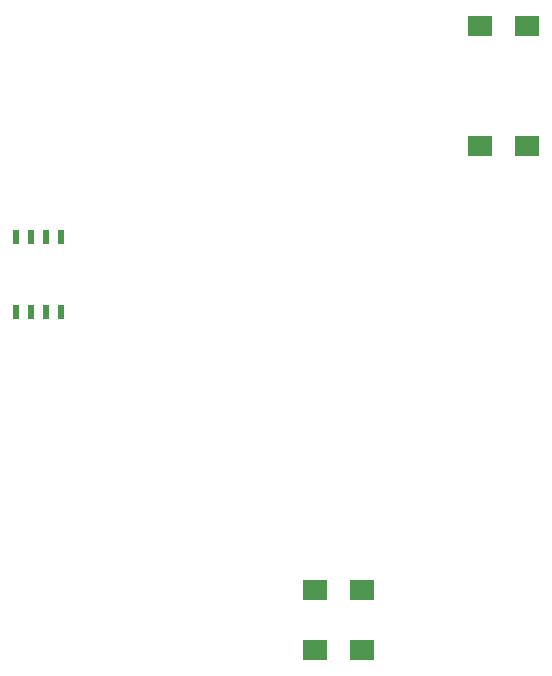
<source format=gbr>
G04 #@! TF.FileFunction,Paste,Bot*
%FSLAX46Y46*%
G04 Gerber Fmt 4.6, Leading zero omitted, Abs format (unit mm)*
G04 Created by KiCad (PCBNEW 4.0.4-stable) date 04/16/17 22:08:56*
%MOMM*%
%LPD*%
G01*
G04 APERTURE LIST*
%ADD10C,0.100000*%
%ADD11R,2.000000X1.700000*%
%ADD12R,0.508000X1.143000*%
G04 APERTURE END LIST*
D10*
D11*
X149320000Y-104140000D03*
X145320000Y-104140000D03*
X149320000Y-99060000D03*
X145320000Y-99060000D03*
X159290000Y-61468000D03*
X163290000Y-61468000D03*
X163290000Y-51308000D03*
X159290000Y-51308000D03*
D12*
X120015000Y-75565000D03*
X121285000Y-75565000D03*
X122555000Y-75565000D03*
X123825000Y-75565000D03*
X123825000Y-69215000D03*
X122555000Y-69215000D03*
X121285000Y-69215000D03*
X120015000Y-69215000D03*
M02*

</source>
